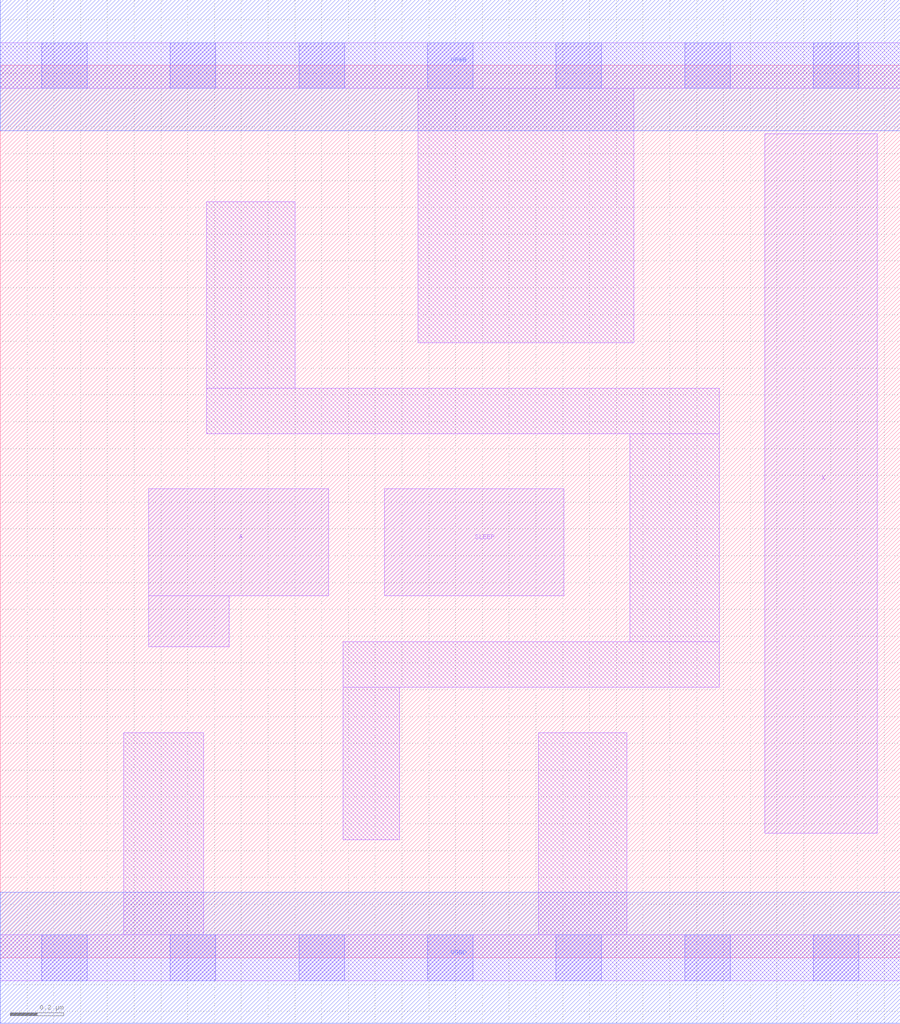
<source format=lef>
# Copyright 2020 The SkyWater PDK Authors
#
# Licensed under the Apache License, Version 2.0 (the "License");
# you may not use this file except in compliance with the License.
# You may obtain a copy of the License at
#
#     https://www.apache.org/licenses/LICENSE-2.0
#
# Unless required by applicable law or agreed to in writing, software
# distributed under the License is distributed on an "AS IS" BASIS,
# WITHOUT WARRANTIES OR CONDITIONS OF ANY KIND, either express or implied.
# See the License for the specific language governing permissions and
# limitations under the License.
#
# SPDX-License-Identifier: Apache-2.0

VERSION 5.7 ;
  NAMESCASESENSITIVE ON ;
  NOWIREEXTENSIONATPIN ON ;
  DIVIDERCHAR "/" ;
  BUSBITCHARS "[]" ;
UNITS
  DATABASE MICRONS 200 ;
END UNITS
MACRO sky130_fd_sc_lp__inputiso1p_lp
  CLASS CORE ;
  FOREIGN sky130_fd_sc_lp__inputiso1p_lp ;
  ORIGIN  0.000000  0.000000 ;
  SIZE  3.360000 BY  3.330000 ;
  SYMMETRY X Y R90 ;
  SITE unit ;
  PIN A
    ANTENNAGATEAREA  0.189000 ;
    DIRECTION INPUT ;
    USE SIGNAL ;
    PORT
      LAYER li1 ;
        RECT 0.555000 1.160000 0.855000 1.350000 ;
        RECT 0.555000 1.350000 1.225000 1.750000 ;
    END
  END A
  PIN SLEEP
    ANTENNAGATEAREA  0.189000 ;
    DIRECTION INPUT ;
    USE SIGNAL ;
    PORT
      LAYER li1 ;
        RECT 1.435000 1.350000 2.105000 1.750000 ;
    END
  END SLEEP
  PIN X
    ANTENNADIFFAREA  0.445200 ;
    DIRECTION OUTPUT ;
    USE SIGNAL ;
    PORT
      LAYER li1 ;
        RECT 2.855000 0.465000 3.275000 3.075000 ;
    END
  END X
  PIN VGND
    DIRECTION INOUT ;
    USE GROUND ;
    PORT
      LAYER met1 ;
        RECT 0.000000 -0.245000 3.360000 0.245000 ;
    END
  END VGND
  PIN VPWR
    DIRECTION INOUT ;
    USE POWER ;
    PORT
      LAYER met1 ;
        RECT 0.000000 3.085000 3.360000 3.575000 ;
    END
  END VPWR
  OBS
    LAYER li1 ;
      RECT 0.000000 -0.085000 3.360000 0.085000 ;
      RECT 0.000000  3.245000 3.360000 3.415000 ;
      RECT 0.460000  0.085000 0.760000 0.840000 ;
      RECT 0.770000  1.955000 2.685000 2.125000 ;
      RECT 0.770000  2.125000 1.100000 2.820000 ;
      RECT 1.280000  0.440000 1.490000 1.010000 ;
      RECT 1.280000  1.010000 2.685000 1.180000 ;
      RECT 1.560000  2.295000 2.365000 3.245000 ;
      RECT 2.010000  0.085000 2.340000 0.840000 ;
      RECT 2.350000  1.180000 2.685000 1.955000 ;
    LAYER mcon ;
      RECT 0.155000 -0.085000 0.325000 0.085000 ;
      RECT 0.155000  3.245000 0.325000 3.415000 ;
      RECT 0.635000 -0.085000 0.805000 0.085000 ;
      RECT 0.635000  3.245000 0.805000 3.415000 ;
      RECT 1.115000 -0.085000 1.285000 0.085000 ;
      RECT 1.115000  3.245000 1.285000 3.415000 ;
      RECT 1.595000 -0.085000 1.765000 0.085000 ;
      RECT 1.595000  3.245000 1.765000 3.415000 ;
      RECT 2.075000 -0.085000 2.245000 0.085000 ;
      RECT 2.075000  3.245000 2.245000 3.415000 ;
      RECT 2.555000 -0.085000 2.725000 0.085000 ;
      RECT 2.555000  3.245000 2.725000 3.415000 ;
      RECT 3.035000 -0.085000 3.205000 0.085000 ;
      RECT 3.035000  3.245000 3.205000 3.415000 ;
  END
END sky130_fd_sc_lp__inputiso1p_lp
END LIBRARY

</source>
